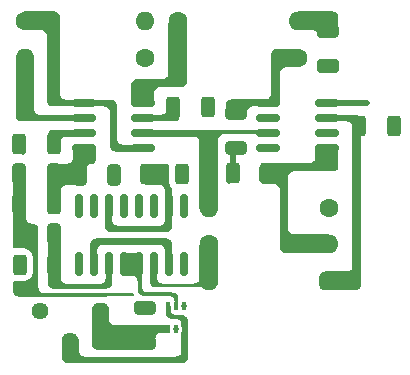
<source format=gbr>
%TF.GenerationSoftware,KiCad,Pcbnew,6.0.7-f9a2dced07~116~ubuntu20.04.1*%
%TF.CreationDate,2022-08-17T00:13:37+02:00*%
%TF.ProjectId,NVM-Amp,4e564d2d-416d-4702-9e6b-696361645f70,rev?*%
%TF.SameCoordinates,Original*%
%TF.FileFunction,Copper,L1,Top*%
%TF.FilePolarity,Positive*%
%FSLAX46Y46*%
G04 Gerber Fmt 4.6, Leading zero omitted, Abs format (unit mm)*
G04 Created by KiCad (PCBNEW 6.0.7-f9a2dced07~116~ubuntu20.04.1) date 2022-08-17 00:13:37*
%MOMM*%
%LPD*%
G01*
G04 APERTURE LIST*
G04 Aperture macros list*
%AMRoundRect*
0 Rectangle with rounded corners*
0 $1 Rounding radius*
0 $2 $3 $4 $5 $6 $7 $8 $9 X,Y pos of 4 corners*
0 Add a 4 corners polygon primitive as box body*
4,1,4,$2,$3,$4,$5,$6,$7,$8,$9,$2,$3,0*
0 Add four circle primitives for the rounded corners*
1,1,$1+$1,$2,$3*
1,1,$1+$1,$4,$5*
1,1,$1+$1,$6,$7*
1,1,$1+$1,$8,$9*
0 Add four rect primitives between the rounded corners*
20,1,$1+$1,$2,$3,$4,$5,0*
20,1,$1+$1,$4,$5,$6,$7,0*
20,1,$1+$1,$6,$7,$8,$9,0*
20,1,$1+$1,$8,$9,$2,$3,0*%
G04 Aperture macros list end*
%TA.AperFunction,ComponentPad*%
%ADD10C,1.600000*%
%TD*%
%TA.AperFunction,ComponentPad*%
%ADD11O,1.600000X1.600000*%
%TD*%
%TA.AperFunction,SMDPad,CuDef*%
%ADD12RoundRect,0.250000X-0.650000X0.325000X-0.650000X-0.325000X0.650000X-0.325000X0.650000X0.325000X0*%
%TD*%
%TA.AperFunction,SMDPad,CuDef*%
%ADD13RoundRect,0.250000X-0.312500X-0.625000X0.312500X-0.625000X0.312500X0.625000X-0.312500X0.625000X0*%
%TD*%
%TA.AperFunction,SMDPad,CuDef*%
%ADD14RoundRect,0.250000X0.312500X0.625000X-0.312500X0.625000X-0.312500X-0.625000X0.312500X-0.625000X0*%
%TD*%
%TA.AperFunction,ComponentPad*%
%ADD15C,1.440000*%
%TD*%
%TA.AperFunction,SMDPad,CuDef*%
%ADD16RoundRect,0.150000X-0.825000X-0.150000X0.825000X-0.150000X0.825000X0.150000X-0.825000X0.150000X0*%
%TD*%
%TA.AperFunction,SMDPad,CuDef*%
%ADD17RoundRect,0.150000X-0.150000X0.825000X-0.150000X-0.825000X0.150000X-0.825000X0.150000X0.825000X0*%
%TD*%
%TA.AperFunction,SMDPad,CuDef*%
%ADD18R,0.400000X0.650000*%
%TD*%
%TA.AperFunction,SMDPad,CuDef*%
%ADD19RoundRect,0.250000X-0.325000X-0.650000X0.325000X-0.650000X0.325000X0.650000X-0.325000X0.650000X0*%
%TD*%
%TA.AperFunction,SMDPad,CuDef*%
%ADD20RoundRect,0.250000X0.325000X0.650000X-0.325000X0.650000X-0.325000X-0.650000X0.325000X-0.650000X0*%
%TD*%
%TA.AperFunction,ViaPad*%
%ADD21C,0.500000*%
%TD*%
%TA.AperFunction,Conductor*%
%ADD22C,0.512000*%
%TD*%
%TA.AperFunction,Conductor*%
%ADD23C,0.250000*%
%TD*%
G04 APERTURE END LIST*
D10*
%TO.P,R14,1*%
%TO.N,+5V*%
X230080000Y-132575000D03*
D11*
%TO.P,R14,2*%
%TO.N,Net-(Q2-Pad6)*%
X219920000Y-132575000D03*
%TD*%
D10*
%TO.P,R6,1*%
%TO.N,+5V*%
X214525000Y-119875000D03*
D11*
%TO.P,R6,2*%
%TO.N,Net-(Q2-Pad2)*%
X204365000Y-119875000D03*
%TD*%
D12*
%TO.P,C8,1*%
%TO.N,Net-(C8-Pad1)*%
X230000000Y-117600000D03*
%TO.P,C8,2*%
%TO.N,GND*%
X230000000Y-120550000D03*
%TD*%
D13*
%TO.P,R22,1*%
%TO.N,Net-(R22-Pad1)*%
X214725000Y-129725000D03*
%TO.P,R22,2*%
%TO.N,Net-(R22-Pad2)*%
X217650000Y-129725000D03*
%TD*%
D14*
%TO.P,R4,1*%
%TO.N,Net-(C5-Pad2)*%
X206812500Y-132250000D03*
%TO.P,R4,2*%
%TO.N,GND*%
X203887500Y-132250000D03*
%TD*%
D15*
%TO.P,R1,3*%
%TO.N,N/C*%
X205670000Y-141325000D03*
%TO.P,R1,2*%
%TO.N,/S2*%
X208210000Y-143865000D03*
%TO.P,R1,1*%
%TO.N,Net-(C1-Pad2)*%
X210750000Y-141325000D03*
%TD*%
D10*
%TO.P,R25,1*%
%TO.N,Net-(R25-Pad1)*%
X230080000Y-138750000D03*
D11*
%TO.P,R25,2*%
%TO.N,Net-(R25-Pad2)*%
X219920000Y-138750000D03*
%TD*%
D16*
%TO.P,U4,1*%
%TO.N,Net-(C10-Pad1)*%
X224975000Y-123695000D03*
%TO.P,U4,2,-*%
%TO.N,Net-(Q2-Pad2)*%
X224975000Y-124965000D03*
%TO.P,U4,3,+*%
%TO.N,Net-(Q2-Pad6)*%
X224975000Y-126235000D03*
%TO.P,U4,4,V-*%
%TO.N,-5V*%
X224975000Y-127505000D03*
%TO.P,U4,5,+*%
%TO.N,GND*%
X229925000Y-127505000D03*
%TO.P,U4,6,-*%
%TO.N,Net-(R22-Pad2)*%
X229925000Y-126235000D03*
%TO.P,U4,7*%
%TO.N,Net-(R25-Pad1)*%
X229925000Y-124965000D03*
%TO.P,U4,8,V+*%
%TO.N,+5V*%
X229925000Y-123695000D03*
%TD*%
D17*
%TO.P,U2,16*%
%TO.N,/S1*%
X217795000Y-137325000D03*
%TO.P,U2,15*%
%TO.N,Net-(C5-Pad1)*%
X216525000Y-137325000D03*
%TO.P,U2,14*%
%TO.N,Net-(R25-Pad2)*%
X215255000Y-137325000D03*
%TO.P,U2,13,V+*%
%TO.N,+5V*%
X213985000Y-137325000D03*
%TO.P,U2,12,VL*%
X212715000Y-137325000D03*
%TO.P,U2,11*%
%TO.N,Net-(C2-Pad2)*%
X211445000Y-137325000D03*
%TO.P,U2,10*%
%TO.N,Net-(C5-Pad1)*%
X210175000Y-137325000D03*
%TO.P,U2,9*%
%TO.N,/S2*%
X208905000Y-137325000D03*
%TO.P,U2,8*%
X208905000Y-132375000D03*
%TO.P,U2,7*%
%TO.N,GND*%
X210175000Y-132375000D03*
%TO.P,U2,6*%
%TO.N,Net-(R22-Pad1)*%
X211445000Y-132375000D03*
%TO.P,U2,5,GND*%
%TO.N,GND*%
X212715000Y-132375000D03*
%TO.P,U2,4,V-*%
%TO.N,-5V*%
X213985000Y-132375000D03*
%TO.P,U2,3*%
%TO.N,Net-(C10-Pad2)*%
X215255000Y-132375000D03*
%TO.P,U2,2*%
%TO.N,Net-(R22-Pad1)*%
X216525000Y-132375000D03*
%TO.P,U2,1*%
%TO.N,/S1*%
X217795000Y-132375000D03*
%TD*%
D13*
%TO.P,R20,1*%
%TO.N,Net-(C10-Pad2)*%
X221937500Y-129625000D03*
%TO.P,R20,2*%
%TO.N,GND*%
X224862500Y-129625000D03*
%TD*%
D18*
%TO.P,U1,1*%
%TO.N,Net-(C1-Pad2)*%
X216500000Y-142800000D03*
%TO.P,U1,2,GND*%
%TO.N,GND*%
X217150000Y-142800000D03*
%TO.P,U1,3*%
%TO.N,/S2*%
X217800000Y-142800000D03*
%TO.P,U1,4*%
%TO.N,/S1*%
X217800000Y-140900000D03*
%TO.P,U1,5,VCC*%
%TO.N,+5V*%
X217150000Y-140900000D03*
%TO.P,U1,6*%
%TO.N,/S2*%
X216500000Y-140900000D03*
%TD*%
D19*
%TO.P,C2,1*%
%TO.N,GND*%
X203900000Y-134800000D03*
%TO.P,C2,2*%
%TO.N,Net-(C2-Pad2)*%
X206850000Y-134800000D03*
%TD*%
D13*
%TO.P,R11,1*%
%TO.N,Net-(Q2-Pad7)*%
X216887500Y-124025000D03*
%TO.P,R11,2*%
%TO.N,-5V*%
X219812500Y-124025000D03*
%TD*%
D16*
%TO.P,Q2,1*%
%TO.N,Net-(Q2-Pad1)*%
X209375000Y-123695000D03*
%TO.P,Q2,2*%
%TO.N,Net-(Q2-Pad2)*%
X209375000Y-124965000D03*
%TO.P,Q2,3*%
%TO.N,Net-(Q2-Pad3)*%
X209375000Y-126235000D03*
%TO.P,Q2,4*%
%TO.N,Net-(C5-Pad2)*%
X209375000Y-127505000D03*
%TO.P,Q2,5*%
%TO.N,Net-(Q2-Pad1)*%
X214325000Y-127505000D03*
%TO.P,Q2,6*%
%TO.N,Net-(Q2-Pad6)*%
X214325000Y-126235000D03*
%TO.P,Q2,7*%
%TO.N,Net-(Q2-Pad7)*%
X214325000Y-124965000D03*
%TO.P,Q2,8*%
%TO.N,Net-(Q2-Pad8)*%
X214325000Y-123695000D03*
%TD*%
D10*
%TO.P,R12,1*%
%TO.N,Net-(Q2-Pad1)*%
X204370000Y-116725000D03*
D11*
%TO.P,R12,2*%
%TO.N,-5V*%
X214530000Y-116725000D03*
%TD*%
D13*
%TO.P,R2,2*%
%TO.N,Net-(C2-Pad2)*%
X206850000Y-137375000D03*
%TO.P,R2,1*%
%TO.N,unconnected-(R2-Pad1)*%
X203925000Y-137375000D03*
%TD*%
D10*
%TO.P,R17,1*%
%TO.N,Net-(C10-Pad1)*%
X227455000Y-119875000D03*
D11*
%TO.P,R17,2*%
%TO.N,Net-(Q2-Pad8)*%
X217295000Y-119875000D03*
%TD*%
D10*
%TO.P,R26,1*%
%TO.N,Net-(R25-Pad2)*%
X219920000Y-135600000D03*
D11*
%TO.P,R26,2*%
%TO.N,GND*%
X230080000Y-135600000D03*
%TD*%
D12*
%TO.P,C1,1*%
%TO.N,GND*%
X214500000Y-141050000D03*
%TO.P,C1,2*%
%TO.N,Net-(C1-Pad2)*%
X214500000Y-144000000D03*
%TD*%
%TO.P,C10,1*%
%TO.N,Net-(C10-Pad1)*%
X222250000Y-124525000D03*
%TO.P,C10,2*%
%TO.N,Net-(C10-Pad2)*%
X222250000Y-127475000D03*
%TD*%
D20*
%TO.P,C5,1*%
%TO.N,Net-(C5-Pad1)*%
X211925000Y-129750000D03*
%TO.P,C5,2*%
%TO.N,Net-(C5-Pad2)*%
X208975000Y-129750000D03*
%TD*%
D13*
%TO.P,R10,1*%
%TO.N,+5V*%
X203887500Y-127175000D03*
%TO.P,R10,2*%
%TO.N,Net-(Q2-Pad3)*%
X206812500Y-127175000D03*
%TD*%
D19*
%TO.P,C6,1*%
%TO.N,GND*%
X203875000Y-129725000D03*
%TO.P,C6,2*%
%TO.N,Net-(C5-Pad2)*%
X206825000Y-129725000D03*
%TD*%
D10*
%TO.P,R18,1*%
%TO.N,Net-(Q2-Pad8)*%
X217295000Y-116725000D03*
D11*
%TO.P,R18,2*%
%TO.N,Net-(C8-Pad1)*%
X227455000Y-116725000D03*
%TD*%
D13*
%TO.P,R28,2*%
%TO.N,unconnected-(R28-Pad2)*%
X235562500Y-125600000D03*
%TO.P,R28,1*%
%TO.N,Net-(R25-Pad1)*%
X232637500Y-125600000D03*
%TD*%
D21*
%TO.N,Net-(C5-Pad1)*%
X211925000Y-130400000D03*
X211925000Y-135400000D03*
%TO.N,Net-(C10-Pad2)*%
X221625000Y-130250000D03*
X215250000Y-131675000D03*
%TO.N,Net-(Q2-Pad2)*%
X210075000Y-124950000D03*
X224250000Y-124950000D03*
%TO.N,-5V*%
X219500000Y-123400000D03*
X214000000Y-131675000D03*
X220125000Y-123400000D03*
X225700000Y-127500000D03*
%TO.N,Net-(R22-Pad2)*%
X229200000Y-126235000D03*
X217650000Y-129100000D03*
%TO.N,/S1*%
X217800000Y-140850000D03*
X217800000Y-136600000D03*
X217800000Y-133100000D03*
%TO.N,+5V*%
X233325000Y-123675000D03*
X204200000Y-126550000D03*
X212700000Y-136625000D03*
X230625000Y-123675000D03*
X204200000Y-127800000D03*
X217075000Y-140000000D03*
%TO.N,/S2*%
X208900000Y-136625000D03*
X208900000Y-133075000D03*
%TO.N,GND*%
X213850000Y-140725000D03*
X229200000Y-127500000D03*
X230625000Y-127500000D03*
X210175000Y-131675000D03*
X229350000Y-120875000D03*
X212700000Y-131675000D03*
X215150000Y-140725000D03*
X204150000Y-131700000D03*
X230650000Y-120225000D03*
X229350000Y-120225000D03*
X230650000Y-120875000D03*
X217150000Y-142825000D03*
%TD*%
D22*
%TO.N,Net-(C2-Pad2)*%
X211445000Y-137325000D02*
X211445000Y-137887013D01*
X206825000Y-137875000D02*
X206825000Y-137350000D01*
X206800000Y-134912500D02*
X206812500Y-134900000D01*
%TO.N,Net-(C5-Pad1)*%
X210175000Y-136762987D02*
X210175000Y-137325000D01*
%TO.N,Net-(C5-Pad2)*%
X208950000Y-129725000D02*
X208975000Y-129750000D01*
X206837500Y-129737500D02*
X206825000Y-129725000D01*
%TO.N,Net-(C10-Pad2)*%
X221937500Y-129625000D02*
X221937500Y-127787500D01*
X215255000Y-132375000D02*
X215255000Y-131680000D01*
X215255000Y-131680000D02*
X215250000Y-131675000D01*
X221937500Y-127787500D02*
X222250000Y-127475000D01*
%TO.N,Net-(R22-Pad1)*%
X211445000Y-132375000D02*
X211445000Y-132937013D01*
%TO.N,Net-(R25-Pad1)*%
X229900000Y-124965000D02*
X230462013Y-124965000D01*
D23*
%TO.N,/S1*%
X217800000Y-140900000D02*
X217800000Y-140850000D01*
D22*
%TO.N,+5V*%
X230625000Y-123675000D02*
X233325000Y-123675000D01*
%TO.N,/S2*%
X208905000Y-136630000D02*
X208905000Y-137325000D01*
X208900000Y-136625000D02*
X208905000Y-136630000D01*
%TO.N,Net-(R25-Pad2)*%
X215255000Y-137325000D02*
X215255000Y-137887013D01*
%TO.N,GND*%
X203912500Y-129762500D02*
X203875000Y-129725000D01*
X203900000Y-132262500D02*
X203912500Y-132250000D01*
%TD*%
%TA.AperFunction,Conductor*%
%TO.N,Net-(Q2-Pad6)*%
G36*
X224274670Y-125952421D02*
G01*
X224315336Y-125960510D01*
X224347942Y-125966996D01*
X224393360Y-125985810D01*
X224444953Y-126020283D01*
X224479717Y-126055047D01*
X224514190Y-126106640D01*
X224533004Y-126152058D01*
X224546354Y-126219171D01*
X224546354Y-126268330D01*
X224535082Y-126325000D01*
X224533957Y-126330656D01*
X224515143Y-126376076D01*
X224485825Y-126419953D01*
X224483377Y-126423617D01*
X224448617Y-126458377D01*
X224401076Y-126490143D01*
X224355656Y-126508957D01*
X224328117Y-126514434D01*
X224287170Y-126522579D01*
X224262590Y-126525000D01*
X224125611Y-126525000D01*
X224057490Y-126504998D01*
X224009202Y-126447217D01*
X224006542Y-126440793D01*
X223970711Y-126354289D01*
X223960871Y-126350213D01*
X223911466Y-126329749D01*
X223911465Y-126329749D01*
X223900000Y-126325000D01*
X221200000Y-126325000D01*
X221070590Y-126342037D01*
X221062961Y-126345197D01*
X220957628Y-126388827D01*
X220957626Y-126388828D01*
X220950000Y-126391987D01*
X220943450Y-126397013D01*
X220878024Y-126447217D01*
X220846447Y-126471447D01*
X220766987Y-126575000D01*
X220763828Y-126582626D01*
X220763827Y-126582628D01*
X220757869Y-126597013D01*
X220717037Y-126695590D01*
X220700000Y-126825000D01*
X220700000Y-132541742D01*
X220698922Y-132558188D01*
X220685128Y-132662963D01*
X220676615Y-132694735D01*
X220639361Y-132784674D01*
X220622914Y-132813160D01*
X220563651Y-132890393D01*
X220540393Y-132913651D01*
X220463160Y-132972914D01*
X220434674Y-132989361D01*
X220344735Y-133026615D01*
X220312963Y-133035128D01*
X220208188Y-133048922D01*
X220191742Y-133050000D01*
X219633258Y-133050000D01*
X219616812Y-133048922D01*
X219512037Y-133035128D01*
X219480265Y-133026615D01*
X219390326Y-132989361D01*
X219361840Y-132972914D01*
X219284607Y-132913651D01*
X219261349Y-132890393D01*
X219202086Y-132813160D01*
X219185639Y-132784674D01*
X219148385Y-132694735D01*
X219139872Y-132662963D01*
X219126078Y-132558188D01*
X219125000Y-132541742D01*
X219125000Y-127025000D01*
X219107963Y-126895590D01*
X219058013Y-126775000D01*
X218978553Y-126671447D01*
X218875000Y-126591987D01*
X218867374Y-126588828D01*
X218867372Y-126588827D01*
X218762039Y-126545197D01*
X218754410Y-126542037D01*
X218625000Y-126525000D01*
X214424911Y-126525000D01*
X214400330Y-126522579D01*
X214359664Y-126514490D01*
X214327058Y-126508004D01*
X214281640Y-126489190D01*
X214230047Y-126454717D01*
X214195283Y-126419953D01*
X214160810Y-126368360D01*
X214141996Y-126322941D01*
X214129890Y-126262082D01*
X214129890Y-126212918D01*
X214141996Y-126152059D01*
X214160810Y-126106640D01*
X214195283Y-126055047D01*
X214230047Y-126020283D01*
X214281640Y-125985810D01*
X214327058Y-125966996D01*
X214359664Y-125960510D01*
X214400330Y-125952421D01*
X214424911Y-125950000D01*
X224250089Y-125950000D01*
X224274670Y-125952421D01*
G37*
%TD.AperFunction*%
%TD*%
%TA.AperFunction,Conductor*%
%TO.N,Net-(C10-Pad1)*%
G36*
X227433188Y-119076078D02*
G01*
X227537963Y-119089872D01*
X227569735Y-119098385D01*
X227659674Y-119135639D01*
X227688160Y-119152086D01*
X227765393Y-119211349D01*
X227788651Y-119234607D01*
X227847914Y-119311840D01*
X227864361Y-119340326D01*
X227901615Y-119430265D01*
X227910128Y-119462037D01*
X227923922Y-119566812D01*
X227925000Y-119583258D01*
X227925000Y-120166742D01*
X227923922Y-120183188D01*
X227910128Y-120287963D01*
X227901615Y-120319735D01*
X227864361Y-120409674D01*
X227847914Y-120438160D01*
X227788651Y-120515393D01*
X227765393Y-120538651D01*
X227688160Y-120597914D01*
X227659674Y-120614361D01*
X227569735Y-120651615D01*
X227537963Y-120660128D01*
X227433188Y-120673922D01*
X227416742Y-120675000D01*
X226450000Y-120675000D01*
X226320590Y-120692037D01*
X226312961Y-120695197D01*
X226207628Y-120738827D01*
X226207626Y-120738828D01*
X226200000Y-120741987D01*
X226096447Y-120821447D01*
X226016987Y-120925000D01*
X225967037Y-121045590D01*
X225950000Y-121175000D01*
X225950000Y-123466742D01*
X225948922Y-123483188D01*
X225935128Y-123587963D01*
X225926615Y-123619735D01*
X225889361Y-123709674D01*
X225872914Y-123738160D01*
X225813651Y-123815393D01*
X225790393Y-123838651D01*
X225713160Y-123897914D01*
X225684674Y-123914361D01*
X225594735Y-123951615D01*
X225562963Y-123960128D01*
X225458188Y-123973922D01*
X225441742Y-123975000D01*
X223650000Y-123975000D01*
X223520590Y-123992037D01*
X223512961Y-123995197D01*
X223407628Y-124038827D01*
X223407626Y-124038828D01*
X223400000Y-124041987D01*
X223296447Y-124121447D01*
X223216987Y-124225000D01*
X223167037Y-124345590D01*
X223150000Y-124475000D01*
X223150000Y-124591742D01*
X223148922Y-124608188D01*
X223135128Y-124712963D01*
X223126615Y-124744735D01*
X223089361Y-124834674D01*
X223072914Y-124863160D01*
X223013651Y-124940393D01*
X222990393Y-124963651D01*
X222913160Y-125022914D01*
X222884674Y-125039361D01*
X222794735Y-125076615D01*
X222762963Y-125085128D01*
X222658188Y-125098922D01*
X222641742Y-125100000D01*
X221858258Y-125100000D01*
X221841812Y-125098922D01*
X221737037Y-125085128D01*
X221705265Y-125076615D01*
X221615326Y-125039361D01*
X221586840Y-125022914D01*
X221509607Y-124963651D01*
X221486349Y-124940393D01*
X221427086Y-124863160D01*
X221410639Y-124834674D01*
X221373385Y-124744735D01*
X221364872Y-124712963D01*
X221351078Y-124608188D01*
X221350000Y-124591742D01*
X221350000Y-123883258D01*
X221351078Y-123866812D01*
X221364872Y-123762037D01*
X221373385Y-123730265D01*
X221410639Y-123640326D01*
X221427086Y-123611840D01*
X221486349Y-123534607D01*
X221509607Y-123511349D01*
X221586840Y-123452086D01*
X221615326Y-123435639D01*
X221705265Y-123398385D01*
X221737037Y-123389872D01*
X221841812Y-123376078D01*
X221858258Y-123375000D01*
X224700000Y-123375000D01*
X224829410Y-123357963D01*
X224837039Y-123354803D01*
X224942372Y-123311173D01*
X224942374Y-123311172D01*
X224950000Y-123308013D01*
X225053553Y-123228553D01*
X225133013Y-123125000D01*
X225182963Y-123004410D01*
X225200000Y-122875000D01*
X225200000Y-119583258D01*
X225201078Y-119566812D01*
X225214872Y-119462037D01*
X225223385Y-119430265D01*
X225260639Y-119340326D01*
X225277086Y-119311840D01*
X225336349Y-119234607D01*
X225359607Y-119211349D01*
X225436840Y-119152086D01*
X225465326Y-119135639D01*
X225555265Y-119098385D01*
X225587037Y-119089872D01*
X225691812Y-119076078D01*
X225708258Y-119075000D01*
X227416742Y-119075000D01*
X227433188Y-119076078D01*
G37*
%TD.AperFunction*%
%TD*%
%TA.AperFunction,Conductor*%
%TO.N,Net-(C5-Pad1)*%
G36*
X216333188Y-135151078D02*
G01*
X216437963Y-135164872D01*
X216469735Y-135173385D01*
X216559674Y-135210639D01*
X216588160Y-135227086D01*
X216665393Y-135286349D01*
X216688651Y-135309607D01*
X216747914Y-135386840D01*
X216764361Y-135415326D01*
X216801615Y-135505265D01*
X216810128Y-135537037D01*
X216823922Y-135641812D01*
X216825000Y-135658258D01*
X216825000Y-137312590D01*
X216822579Y-137337171D01*
X216807054Y-137415223D01*
X216788241Y-137460642D01*
X216751056Y-137516294D01*
X216716295Y-137551055D01*
X216660642Y-137588241D01*
X216615225Y-137607053D01*
X216549579Y-137620111D01*
X216500421Y-137620111D01*
X216434775Y-137607053D01*
X216389358Y-137588241D01*
X216333705Y-137551055D01*
X216298944Y-137516294D01*
X216261759Y-137460642D01*
X216242946Y-137415223D01*
X216227421Y-137337171D01*
X216225000Y-137312590D01*
X216225000Y-136175000D01*
X216207963Y-136045590D01*
X216158013Y-135925000D01*
X216078553Y-135821447D01*
X215975000Y-135741987D01*
X215967374Y-135738828D01*
X215967372Y-135738827D01*
X215862039Y-135695197D01*
X215854410Y-135692037D01*
X215725000Y-135675000D01*
X210975000Y-135675000D01*
X210845590Y-135692037D01*
X210837961Y-135695197D01*
X210732628Y-135738827D01*
X210732626Y-135738828D01*
X210725000Y-135741987D01*
X210621447Y-135821447D01*
X210541987Y-135925000D01*
X210492037Y-136045590D01*
X210475000Y-136175000D01*
X210475000Y-137312590D01*
X210472579Y-137337171D01*
X210457054Y-137415223D01*
X210438241Y-137460642D01*
X210401056Y-137516294D01*
X210366295Y-137551055D01*
X210310642Y-137588241D01*
X210265225Y-137607053D01*
X210199579Y-137620111D01*
X210150421Y-137620111D01*
X210084775Y-137607053D01*
X210039358Y-137588241D01*
X209983705Y-137551055D01*
X209948944Y-137516294D01*
X209911759Y-137460642D01*
X209892946Y-137415223D01*
X209877421Y-137337171D01*
X209875000Y-137312590D01*
X209875000Y-135658258D01*
X209876078Y-135641812D01*
X209889872Y-135537037D01*
X209898385Y-135505265D01*
X209935639Y-135415326D01*
X209952086Y-135386840D01*
X210011349Y-135309607D01*
X210034607Y-135286349D01*
X210111840Y-135227086D01*
X210140326Y-135210639D01*
X210230265Y-135173385D01*
X210262037Y-135164872D01*
X210366812Y-135151078D01*
X210383258Y-135150000D01*
X216316742Y-135150000D01*
X216333188Y-135151078D01*
G37*
%TD.AperFunction*%
%TD*%
%TA.AperFunction,Conductor*%
%TO.N,/S2*%
G36*
X216551957Y-140735335D02*
G01*
X216597374Y-140754148D01*
X216620582Y-140769655D01*
X216655345Y-140804418D01*
X216670852Y-140827626D01*
X216689665Y-140873043D01*
X216693081Y-140890214D01*
X216695501Y-140914785D01*
X216695501Y-141250066D01*
X216702612Y-141285818D01*
X216707686Y-141311328D01*
X216710266Y-141324301D01*
X216745111Y-141376450D01*
X216752600Y-141389228D01*
X216788330Y-141459351D01*
X216890649Y-141561670D01*
X217019580Y-141627364D01*
X217162500Y-141650000D01*
X217666742Y-141650000D01*
X217683188Y-141651078D01*
X217787963Y-141664872D01*
X217819735Y-141673385D01*
X217909674Y-141710639D01*
X217938160Y-141727086D01*
X218015393Y-141786349D01*
X218038651Y-141809607D01*
X218097914Y-141886840D01*
X218114361Y-141915326D01*
X218151615Y-142005265D01*
X218160128Y-142037037D01*
X218173922Y-142141812D01*
X218175000Y-142158258D01*
X218175000Y-145191742D01*
X218173922Y-145208188D01*
X218160128Y-145312963D01*
X218151615Y-145344735D01*
X218114361Y-145434674D01*
X218097914Y-145463160D01*
X218038651Y-145540393D01*
X218015393Y-145563651D01*
X217938160Y-145622914D01*
X217909674Y-145639361D01*
X217819735Y-145676615D01*
X217787963Y-145685128D01*
X217683188Y-145698922D01*
X217666742Y-145700000D01*
X208008258Y-145700000D01*
X207991812Y-145698922D01*
X207887037Y-145685128D01*
X207855265Y-145676615D01*
X207765326Y-145639361D01*
X207736840Y-145622914D01*
X207659607Y-145563651D01*
X207636349Y-145540393D01*
X207577086Y-145463160D01*
X207560639Y-145434674D01*
X207523385Y-145344735D01*
X207514872Y-145312963D01*
X207501078Y-145208188D01*
X207500000Y-145191742D01*
X207500000Y-143833258D01*
X207501078Y-143816812D01*
X207514872Y-143712037D01*
X207523385Y-143680265D01*
X207560639Y-143590326D01*
X207577086Y-143561840D01*
X207636349Y-143484607D01*
X207659607Y-143461349D01*
X207736840Y-143402086D01*
X207765326Y-143385639D01*
X207855265Y-143348385D01*
X207887037Y-143339872D01*
X207991812Y-143326078D01*
X208008258Y-143325000D01*
X208416742Y-143325000D01*
X208433188Y-143326078D01*
X208537963Y-143339872D01*
X208569735Y-143348385D01*
X208659674Y-143385639D01*
X208688160Y-143402086D01*
X208765393Y-143461349D01*
X208788651Y-143484607D01*
X208847914Y-143561840D01*
X208864361Y-143590326D01*
X208901615Y-143680265D01*
X208910128Y-143712037D01*
X208923922Y-143816812D01*
X208925000Y-143833258D01*
X208925000Y-144650000D01*
X208942037Y-144779410D01*
X208991987Y-144900000D01*
X209071447Y-145003553D01*
X209175000Y-145083013D01*
X209182626Y-145086172D01*
X209182628Y-145086173D01*
X209287961Y-145129803D01*
X209295590Y-145132963D01*
X209425000Y-145150000D01*
X217100000Y-145150000D01*
X217229410Y-145132963D01*
X217237039Y-145129803D01*
X217342372Y-145086173D01*
X217342374Y-145086172D01*
X217350000Y-145083013D01*
X217453553Y-145003553D01*
X217533013Y-144900000D01*
X217582963Y-144779410D01*
X217600000Y-144650000D01*
X217600000Y-143185100D01*
X217602421Y-143160519D01*
X217603293Y-143156135D01*
X217604500Y-143150067D01*
X217604500Y-143072987D01*
X217617107Y-143018050D01*
X217631648Y-142988036D01*
X217635560Y-142979962D01*
X217659536Y-142837453D01*
X217659688Y-142825000D01*
X217639201Y-142681948D01*
X217615798Y-142630476D01*
X217604499Y-142578325D01*
X217604499Y-142449934D01*
X217591968Y-142386932D01*
X217590628Y-142378814D01*
X217584041Y-142328779D01*
X217582963Y-142320590D01*
X217533013Y-142200000D01*
X217453553Y-142096447D01*
X217350000Y-142016987D01*
X217342374Y-142013828D01*
X217342372Y-142013827D01*
X217237039Y-141970197D01*
X217229410Y-141967037D01*
X217100000Y-141950000D01*
X216808258Y-141950000D01*
X216791812Y-141948922D01*
X216687037Y-141935128D01*
X216655265Y-141926615D01*
X216565326Y-141889361D01*
X216536840Y-141872914D01*
X216459607Y-141813651D01*
X216436349Y-141790393D01*
X216377086Y-141713160D01*
X216360639Y-141684674D01*
X216323385Y-141594735D01*
X216314872Y-141562963D01*
X216301078Y-141458188D01*
X216300000Y-141441742D01*
X216300000Y-140937410D01*
X216302421Y-140912829D01*
X216310334Y-140873047D01*
X216329148Y-140827626D01*
X216344655Y-140804418D01*
X216379418Y-140769655D01*
X216402626Y-140754148D01*
X216448043Y-140735335D01*
X216475421Y-140729889D01*
X216524579Y-140729889D01*
X216551957Y-140735335D01*
G37*
%TD.AperFunction*%
%TD*%
%TA.AperFunction,Conductor*%
%TO.N,+5V*%
G36*
X213783188Y-136351078D02*
G01*
X213887963Y-136364872D01*
X213919735Y-136373385D01*
X214009674Y-136410639D01*
X214038160Y-136427086D01*
X214115393Y-136486349D01*
X214138651Y-136509607D01*
X214197914Y-136586840D01*
X214214361Y-136615326D01*
X214251615Y-136705265D01*
X214260128Y-136737037D01*
X214273922Y-136841812D01*
X214275000Y-136858258D01*
X214275000Y-139225000D01*
X214292037Y-139354410D01*
X214341987Y-139475000D01*
X214421447Y-139578553D01*
X214525000Y-139658013D01*
X214532626Y-139661172D01*
X214532628Y-139661173D01*
X214637961Y-139704803D01*
X214645590Y-139707963D01*
X214775000Y-139725000D01*
X216791742Y-139725000D01*
X216808188Y-139726078D01*
X216912963Y-139739872D01*
X216944735Y-139748385D01*
X217034674Y-139785639D01*
X217063160Y-139802086D01*
X217140393Y-139861349D01*
X217163651Y-139884607D01*
X217222914Y-139961840D01*
X217239361Y-139990326D01*
X217276615Y-140080265D01*
X217285128Y-140112037D01*
X217298922Y-140216812D01*
X217300000Y-140233258D01*
X217300000Y-140772045D01*
X217298500Y-140791430D01*
X217291383Y-140837140D01*
X217261139Y-140901372D01*
X217255978Y-140906850D01*
X217255123Y-140907705D01*
X217198629Y-140940319D01*
X217195101Y-140941264D01*
X217129899Y-140941264D01*
X217126371Y-140940319D01*
X217069877Y-140907705D01*
X217067295Y-140905123D01*
X217034684Y-140848640D01*
X217029294Y-140828525D01*
X217025000Y-140795913D01*
X217025000Y-140475000D01*
X217001752Y-140328217D01*
X216934283Y-140195802D01*
X216829198Y-140090717D01*
X216696783Y-140023248D01*
X216686994Y-140021698D01*
X216686992Y-140021697D01*
X216641239Y-140014451D01*
X216550000Y-140000000D01*
X214408258Y-140000000D01*
X214391812Y-139998922D01*
X214287037Y-139985128D01*
X214255265Y-139976615D01*
X214165326Y-139939361D01*
X214136840Y-139922914D01*
X214059607Y-139863651D01*
X214036349Y-139840393D01*
X213977086Y-139763160D01*
X213960639Y-139734674D01*
X213923385Y-139644735D01*
X213914872Y-139612963D01*
X213901078Y-139508188D01*
X213900000Y-139491742D01*
X213900000Y-138800000D01*
X213882963Y-138670590D01*
X213833013Y-138550000D01*
X213753553Y-138446447D01*
X213650000Y-138366987D01*
X213642374Y-138363828D01*
X213642372Y-138363827D01*
X213537039Y-138320197D01*
X213529410Y-138317037D01*
X213400000Y-138300000D01*
X212933258Y-138300000D01*
X212916812Y-138298922D01*
X212812037Y-138285128D01*
X212780265Y-138276615D01*
X212690326Y-138239361D01*
X212661840Y-138222914D01*
X212584607Y-138163651D01*
X212561349Y-138140393D01*
X212502086Y-138063160D01*
X212485639Y-138034674D01*
X212448385Y-137944735D01*
X212439872Y-137912963D01*
X212426078Y-137808188D01*
X212425000Y-137791742D01*
X212425000Y-136858258D01*
X212426078Y-136841812D01*
X212439872Y-136737037D01*
X212448385Y-136705265D01*
X212485639Y-136615326D01*
X212502086Y-136586840D01*
X212561349Y-136509607D01*
X212584607Y-136486349D01*
X212661840Y-136427086D01*
X212690326Y-136410639D01*
X212780265Y-136373385D01*
X212812037Y-136364872D01*
X212916812Y-136351078D01*
X212933258Y-136350000D01*
X213766742Y-136350000D01*
X213783188Y-136351078D01*
G37*
%TD.AperFunction*%
%TD*%
%TA.AperFunction,Conductor*%
%TO.N,Net-(Q2-Pad1)*%
G36*
X206836494Y-115926195D02*
G01*
X206941312Y-115939991D01*
X206973095Y-115948508D01*
X207063063Y-115985780D01*
X207091557Y-116002235D01*
X207168808Y-116061530D01*
X207192071Y-116084802D01*
X207251336Y-116162078D01*
X207267779Y-116190578D01*
X207305016Y-116280561D01*
X207313520Y-116312348D01*
X207327273Y-116417164D01*
X207328344Y-116433616D01*
X207327788Y-117591930D01*
X207325240Y-122899777D01*
X207342225Y-123029230D01*
X207392145Y-123149873D01*
X207471596Y-123253479D01*
X207575161Y-123332984D01*
X207635470Y-123357975D01*
X207688150Y-123379805D01*
X207688152Y-123379806D01*
X207695779Y-123382966D01*
X207703964Y-123384044D01*
X207703967Y-123384045D01*
X207757424Y-123391086D01*
X207825221Y-123400017D01*
X209472934Y-123400071D01*
X211620374Y-123400142D01*
X211636820Y-123401221D01*
X211741599Y-123415019D01*
X211773371Y-123423533D01*
X211863305Y-123460788D01*
X211891789Y-123477234D01*
X211969020Y-123536498D01*
X211992278Y-123559757D01*
X212051541Y-123636993D01*
X212067982Y-123665470D01*
X212105238Y-123755418D01*
X212113749Y-123787183D01*
X212119212Y-123828678D01*
X212127542Y-123891957D01*
X212128620Y-123908403D01*
X212128594Y-126700000D01*
X212145630Y-126829409D01*
X212195580Y-126950000D01*
X212200607Y-126956551D01*
X212200609Y-126956555D01*
X212255992Y-127028732D01*
X212275038Y-127053554D01*
X212378591Y-127133015D01*
X212386222Y-127136176D01*
X212386224Y-127136177D01*
X212438886Y-127157990D01*
X212499181Y-127182966D01*
X212628590Y-127200004D01*
X212949872Y-127200007D01*
X213153706Y-127200009D01*
X214116141Y-127200017D01*
X214140721Y-127202438D01*
X214218788Y-127217967D01*
X214264209Y-127236781D01*
X214319866Y-127273971D01*
X214354628Y-127308733D01*
X214391821Y-127364396D01*
X214410635Y-127409819D01*
X214423693Y-127475472D01*
X214423693Y-127524633D01*
X214410632Y-127590292D01*
X214391817Y-127635713D01*
X214354628Y-127691369D01*
X214319865Y-127726132D01*
X214264202Y-127763324D01*
X214218782Y-127782137D01*
X214184468Y-127788962D01*
X214140716Y-127797664D01*
X214116139Y-127800085D01*
X212880611Y-127800074D01*
X212058220Y-127800067D01*
X212041774Y-127798989D01*
X211936996Y-127785194D01*
X211905224Y-127776680D01*
X211815289Y-127739427D01*
X211786803Y-127722981D01*
X211745606Y-127691369D01*
X211709565Y-127663713D01*
X211686311Y-127640458D01*
X211627047Y-127563222D01*
X211610602Y-127534737D01*
X211573349Y-127444798D01*
X211564836Y-127413026D01*
X211551043Y-127308251D01*
X211549965Y-127291805D01*
X211549967Y-127127987D01*
X211549972Y-126700000D01*
X211549995Y-124475152D01*
X211532959Y-124345742D01*
X211483010Y-124225151D01*
X211477983Y-124218600D01*
X211477981Y-124218596D01*
X211408580Y-124128150D01*
X211403552Y-124121597D01*
X211299999Y-124042137D01*
X211179409Y-123992185D01*
X211171223Y-123991107D01*
X211171222Y-123991107D01*
X211054086Y-123975685D01*
X211054087Y-123975685D01*
X211050000Y-123975147D01*
X209602740Y-123975132D01*
X206711913Y-123975101D01*
X206695468Y-123974023D01*
X206590704Y-123960231D01*
X206558935Y-123951719D01*
X206469003Y-123914471D01*
X206440520Y-123898028D01*
X206363291Y-123838775D01*
X206340032Y-123815519D01*
X206280770Y-123738298D01*
X206264323Y-123709817D01*
X206227063Y-123619890D01*
X206218547Y-123588122D01*
X206204741Y-123483358D01*
X206203661Y-123466914D01*
X206202895Y-118029011D01*
X206202895Y-118029005D01*
X206202894Y-118024888D01*
X206185842Y-117895490D01*
X206135882Y-117774914D01*
X206056419Y-117671376D01*
X206049867Y-117666349D01*
X205959421Y-117596957D01*
X205959418Y-117596955D01*
X205952868Y-117591930D01*
X205945236Y-117588769D01*
X205839913Y-117545149D01*
X205839909Y-117545148D01*
X205832284Y-117541990D01*
X205702885Y-117524958D01*
X205698755Y-117524958D01*
X205574716Y-117524961D01*
X204760505Y-117524979D01*
X204351647Y-117524989D01*
X204335343Y-117523929D01*
X204231420Y-117510365D01*
X204199899Y-117501994D01*
X204110580Y-117465344D01*
X204082259Y-117449159D01*
X204005343Y-117390809D01*
X203982127Y-117367897D01*
X203922767Y-117291758D01*
X203906210Y-117263655D01*
X203868383Y-117174826D01*
X203859596Y-117143418D01*
X203844662Y-117039685D01*
X203843387Y-117023391D01*
X203835700Y-116440244D01*
X203836577Y-116423648D01*
X203849207Y-116317843D01*
X203857437Y-116285720D01*
X203894101Y-116194664D01*
X203910428Y-116165801D01*
X203969575Y-116087473D01*
X203992871Y-116063866D01*
X204070408Y-116003685D01*
X204099055Y-115986975D01*
X204189608Y-115949110D01*
X204221621Y-115940454D01*
X204327258Y-115926420D01*
X204343831Y-115925323D01*
X205570864Y-115925221D01*
X206820042Y-115925118D01*
X206836494Y-115926195D01*
G37*
%TD.AperFunction*%
%TD*%
%TA.AperFunction,Conductor*%
%TO.N,Net-(R25-Pad2)*%
G36*
X220233188Y-135201078D02*
G01*
X220337963Y-135214872D01*
X220369735Y-135223385D01*
X220459674Y-135260639D01*
X220488160Y-135277086D01*
X220565393Y-135336349D01*
X220588651Y-135359607D01*
X220647914Y-135436840D01*
X220664361Y-135465326D01*
X220701615Y-135555265D01*
X220710128Y-135587037D01*
X220723922Y-135691812D01*
X220725000Y-135708258D01*
X220725000Y-138791742D01*
X220723922Y-138808188D01*
X220710128Y-138912963D01*
X220701615Y-138944735D01*
X220664361Y-139034674D01*
X220647914Y-139063160D01*
X220588651Y-139140393D01*
X220565393Y-139163651D01*
X220488160Y-139222914D01*
X220459674Y-139239361D01*
X220369735Y-139276615D01*
X220337963Y-139285128D01*
X220233188Y-139298922D01*
X220216742Y-139300000D01*
X215458258Y-139300000D01*
X215441812Y-139298922D01*
X215337037Y-139285128D01*
X215305265Y-139276615D01*
X215215326Y-139239361D01*
X215186840Y-139222914D01*
X215109607Y-139163651D01*
X215086349Y-139140393D01*
X215027086Y-139063160D01*
X215010639Y-139034674D01*
X214973385Y-138944735D01*
X214964872Y-138912963D01*
X214951078Y-138808188D01*
X214950000Y-138791742D01*
X214950000Y-137037410D01*
X214952421Y-137012829D01*
X214967946Y-136934777D01*
X214986759Y-136889358D01*
X215023945Y-136833705D01*
X215058705Y-136798945D01*
X215114358Y-136761759D01*
X215159775Y-136742947D01*
X215225421Y-136729889D01*
X215274579Y-136729889D01*
X215340225Y-136742947D01*
X215385642Y-136761759D01*
X215441295Y-136798945D01*
X215476055Y-136833705D01*
X215513241Y-136889358D01*
X215532054Y-136934777D01*
X215547579Y-137012829D01*
X215550000Y-137037410D01*
X215550000Y-138475000D01*
X215567037Y-138604410D01*
X215616987Y-138725000D01*
X215696447Y-138828553D01*
X215800000Y-138908013D01*
X215807626Y-138911172D01*
X215807628Y-138911173D01*
X215912961Y-138954803D01*
X215920590Y-138957963D01*
X216050000Y-138975000D01*
X218625000Y-138975000D01*
X218754410Y-138957963D01*
X218762039Y-138954803D01*
X218867372Y-138911173D01*
X218867374Y-138911172D01*
X218875000Y-138908013D01*
X218978553Y-138828553D01*
X219058013Y-138725000D01*
X219107963Y-138604410D01*
X219125000Y-138475000D01*
X219125000Y-135708258D01*
X219126078Y-135691812D01*
X219139872Y-135587037D01*
X219148385Y-135555265D01*
X219185639Y-135465326D01*
X219202086Y-135436840D01*
X219261349Y-135359607D01*
X219284607Y-135336349D01*
X219361840Y-135277086D01*
X219390326Y-135260639D01*
X219480265Y-135223385D01*
X219512037Y-135214872D01*
X219616812Y-135201078D01*
X219633258Y-135200000D01*
X220216742Y-135200000D01*
X220233188Y-135201078D01*
G37*
%TD.AperFunction*%
%TD*%
%TA.AperFunction,Conductor*%
%TO.N,Net-(Q2-Pad8)*%
G36*
X217583188Y-116401078D02*
G01*
X217687963Y-116414872D01*
X217719735Y-116423385D01*
X217809674Y-116460639D01*
X217838160Y-116477086D01*
X217915393Y-116536349D01*
X217938651Y-116559607D01*
X217997914Y-116636840D01*
X218014361Y-116665326D01*
X218051615Y-116755265D01*
X218060128Y-116787037D01*
X218073922Y-116891812D01*
X218075000Y-116908258D01*
X218075000Y-121841742D01*
X218073922Y-121858188D01*
X218060128Y-121962963D01*
X218051615Y-121994735D01*
X218014361Y-122084674D01*
X217997914Y-122113160D01*
X217938651Y-122190393D01*
X217915393Y-122213651D01*
X217838160Y-122272914D01*
X217809674Y-122289361D01*
X217719735Y-122326615D01*
X217687963Y-122335128D01*
X217583188Y-122348922D01*
X217566742Y-122350000D01*
X215800000Y-122350000D01*
X215670590Y-122367037D01*
X215662961Y-122370197D01*
X215557628Y-122413827D01*
X215557626Y-122413828D01*
X215550000Y-122416987D01*
X215446447Y-122496447D01*
X215366987Y-122600000D01*
X215317037Y-122720590D01*
X215300000Y-122850000D01*
X215300000Y-123491742D01*
X215298922Y-123508188D01*
X215285128Y-123612963D01*
X215276615Y-123644735D01*
X215239361Y-123734674D01*
X215222914Y-123763160D01*
X215163651Y-123840393D01*
X215140393Y-123863651D01*
X215063160Y-123922914D01*
X215034674Y-123939361D01*
X214944735Y-123976615D01*
X214912963Y-123985128D01*
X214808188Y-123998922D01*
X214791742Y-124000000D01*
X213858258Y-124000000D01*
X213841812Y-123998922D01*
X213737037Y-123985128D01*
X213705265Y-123976615D01*
X213615326Y-123939361D01*
X213586840Y-123922914D01*
X213509607Y-123863651D01*
X213486349Y-123840393D01*
X213427086Y-123763160D01*
X213410639Y-123734674D01*
X213373385Y-123644735D01*
X213364872Y-123612963D01*
X213351078Y-123508188D01*
X213350000Y-123491742D01*
X213350000Y-122158258D01*
X213351078Y-122141812D01*
X213364872Y-122037037D01*
X213373385Y-122005265D01*
X213410639Y-121915326D01*
X213427086Y-121886840D01*
X213486349Y-121809607D01*
X213509607Y-121786349D01*
X213586840Y-121727086D01*
X213615326Y-121710639D01*
X213705265Y-121673385D01*
X213737037Y-121664872D01*
X213841812Y-121651078D01*
X213858258Y-121650000D01*
X216000000Y-121650000D01*
X216129410Y-121632963D01*
X216137039Y-121629803D01*
X216242372Y-121586173D01*
X216242374Y-121586172D01*
X216250000Y-121583013D01*
X216353553Y-121503553D01*
X216433013Y-121400000D01*
X216482963Y-121279410D01*
X216500000Y-121150000D01*
X216500000Y-116908258D01*
X216501078Y-116891812D01*
X216514872Y-116787037D01*
X216523385Y-116755265D01*
X216560639Y-116665326D01*
X216577086Y-116636840D01*
X216636349Y-116559607D01*
X216659607Y-116536349D01*
X216736840Y-116477086D01*
X216765326Y-116460639D01*
X216855265Y-116423385D01*
X216887037Y-116414872D01*
X216991812Y-116401078D01*
X217008258Y-116400000D01*
X217566742Y-116400000D01*
X217583188Y-116401078D01*
G37*
%TD.AperFunction*%
%TD*%
%TA.AperFunction,Conductor*%
%TO.N,GND*%
G36*
X203958029Y-128826078D02*
G01*
X203958037Y-128826079D01*
X204062831Y-128839878D01*
X204094607Y-128848395D01*
X204184562Y-128885663D01*
X204213048Y-128902113D01*
X204290291Y-128961400D01*
X204313549Y-128984666D01*
X204372809Y-129061924D01*
X204389253Y-129090419D01*
X204426494Y-129180386D01*
X204435001Y-129212168D01*
X204448767Y-129316970D01*
X204449840Y-129333418D01*
X204448567Y-133397650D01*
X204465485Y-133526771D01*
X204515172Y-133647143D01*
X204594257Y-133750602D01*
X204697377Y-133830130D01*
X204817535Y-133880332D01*
X204825695Y-133881437D01*
X204825696Y-133881437D01*
X204942503Y-133897251D01*
X204942505Y-133897251D01*
X204946581Y-133897803D01*
X204958981Y-133897852D01*
X204993764Y-133897990D01*
X205010157Y-133899128D01*
X205114617Y-133913266D01*
X205146279Y-133921862D01*
X205235888Y-133959292D01*
X205264251Y-133975767D01*
X205341161Y-134035065D01*
X205364308Y-134058303D01*
X205423303Y-134135448D01*
X205439664Y-134163873D01*
X205476740Y-134253630D01*
X205485210Y-134285325D01*
X205498937Y-134389840D01*
X205500010Y-134406246D01*
X205500042Y-136001248D01*
X205500107Y-139300156D01*
X205517147Y-139429565D01*
X205567099Y-139550155D01*
X205646561Y-139653707D01*
X205653110Y-139658732D01*
X205653113Y-139658735D01*
X205732462Y-139719619D01*
X205750115Y-139733164D01*
X205870707Y-139783112D01*
X206000117Y-139800146D01*
X206004241Y-139800146D01*
X207492701Y-139800118D01*
X213488411Y-139800003D01*
X213521070Y-139804310D01*
X213530370Y-139806805D01*
X213538886Y-139809091D01*
X213595420Y-139841789D01*
X213596299Y-139842670D01*
X213628872Y-139899292D01*
X213629208Y-139900556D01*
X213629091Y-139965732D01*
X213628678Y-139967261D01*
X213596006Y-140023660D01*
X213594842Y-140024821D01*
X213538512Y-140057307D01*
X213520375Y-140062173D01*
X213487832Y-140066477D01*
X209110651Y-140070150D01*
X207770751Y-140071274D01*
X204327241Y-140074164D01*
X203839998Y-140074573D01*
X203823548Y-140073508D01*
X203718749Y-140059798D01*
X203686971Y-140051311D01*
X203596980Y-140014118D01*
X203568483Y-139997694D01*
X203491189Y-139938474D01*
X203467911Y-139915228D01*
X203408587Y-139838026D01*
X203392119Y-139809547D01*
X203354801Y-139719619D01*
X203346266Y-139687848D01*
X203332406Y-139583065D01*
X203331318Y-139566616D01*
X203331238Y-139429565D01*
X203330911Y-138874456D01*
X203350873Y-138806324D01*
X203404501Y-138759799D01*
X203469753Y-138749038D01*
X203562100Y-138758500D01*
X204287900Y-138758500D01*
X204291146Y-138758163D01*
X204291150Y-138758163D01*
X204386808Y-138748238D01*
X204386812Y-138748237D01*
X204393666Y-138747526D01*
X204400202Y-138745345D01*
X204400204Y-138745345D01*
X204554498Y-138693868D01*
X204561446Y-138691550D01*
X204711848Y-138598478D01*
X204836805Y-138473303D01*
X204929615Y-138322738D01*
X204985297Y-138154861D01*
X204996000Y-138050400D01*
X204996000Y-136699600D01*
X204985026Y-136593834D01*
X204929050Y-136426054D01*
X204835978Y-136275652D01*
X204710803Y-136150695D01*
X204634838Y-136103869D01*
X204566468Y-136061725D01*
X204566466Y-136061724D01*
X204560238Y-136057885D01*
X204480495Y-136031436D01*
X204398889Y-136004368D01*
X204398887Y-136004368D01*
X204392361Y-136002203D01*
X204385525Y-136001503D01*
X204385522Y-136001502D01*
X204342469Y-135997091D01*
X204287900Y-135991500D01*
X203562100Y-135991500D01*
X203558854Y-135991837D01*
X203558850Y-135991837D01*
X203512736Y-135996622D01*
X203468151Y-136001248D01*
X203398331Y-135988383D01*
X203346548Y-135939813D01*
X203329148Y-135875995D01*
X203325299Y-129333556D01*
X203326368Y-129317103D01*
X203340111Y-129212279D01*
X203348612Y-129180492D01*
X203385839Y-129090505D01*
X203402277Y-129062006D01*
X203461543Y-128984715D01*
X203484798Y-128961447D01*
X203562044Y-128902143D01*
X203590538Y-128885684D01*
X203680508Y-128848402D01*
X203712289Y-128839883D01*
X203817102Y-128826079D01*
X203833554Y-128825000D01*
X203941580Y-128825000D01*
X203958029Y-128826078D01*
G37*
%TD.AperFunction*%
%TD*%
%TA.AperFunction,Conductor*%
%TO.N,Net-(C1-Pad2)*%
G36*
X210983188Y-140601078D02*
G01*
X211087963Y-140614872D01*
X211119735Y-140623385D01*
X211209674Y-140660639D01*
X211238160Y-140677086D01*
X211315393Y-140736349D01*
X211338651Y-140759607D01*
X211397914Y-140836840D01*
X211414361Y-140865326D01*
X211451615Y-140955265D01*
X211460128Y-140987037D01*
X211473922Y-141091812D01*
X211475000Y-141108258D01*
X211475000Y-141975000D01*
X211492037Y-142104410D01*
X211541987Y-142225000D01*
X211621447Y-142328553D01*
X211725000Y-142408013D01*
X211732626Y-142411172D01*
X211732628Y-142411173D01*
X211837961Y-142454803D01*
X211845590Y-142457963D01*
X211975000Y-142475000D01*
X216290220Y-142475000D01*
X216358341Y-142495002D01*
X216404834Y-142548658D01*
X216414938Y-142618932D01*
X216411673Y-142631930D01*
X216412169Y-142632050D01*
X216410514Y-142638893D01*
X216408103Y-142645516D01*
X216386775Y-142814343D01*
X216387463Y-142821355D01*
X216403381Y-142983699D01*
X216401016Y-142983931D01*
X216396470Y-143043584D01*
X216353658Y-143100220D01*
X216287022Y-143124720D01*
X216278621Y-143125000D01*
X215900000Y-143125000D01*
X215770590Y-143142037D01*
X215762961Y-143145197D01*
X215657628Y-143188827D01*
X215657626Y-143188828D01*
X215650000Y-143191987D01*
X215546447Y-143271447D01*
X215466987Y-143375000D01*
X215417037Y-143495590D01*
X215400000Y-143625000D01*
X215400000Y-144066742D01*
X215398922Y-144083188D01*
X215385128Y-144187963D01*
X215376615Y-144219735D01*
X215339361Y-144309674D01*
X215322914Y-144338160D01*
X215263651Y-144415393D01*
X215240393Y-144438651D01*
X215163160Y-144497914D01*
X215134674Y-144514361D01*
X215044735Y-144551615D01*
X215012963Y-144560128D01*
X214908188Y-144573922D01*
X214891742Y-144575000D01*
X210533258Y-144575000D01*
X210516812Y-144573922D01*
X210412037Y-144560128D01*
X210380265Y-144551615D01*
X210290326Y-144514361D01*
X210261840Y-144497914D01*
X210184607Y-144438651D01*
X210161349Y-144415393D01*
X210102086Y-144338160D01*
X210085639Y-144309674D01*
X210048385Y-144219735D01*
X210039872Y-144187963D01*
X210026078Y-144083188D01*
X210025000Y-144066742D01*
X210025000Y-141108258D01*
X210026078Y-141091812D01*
X210039872Y-140987037D01*
X210048385Y-140955265D01*
X210085639Y-140865326D01*
X210102086Y-140836840D01*
X210161349Y-140759607D01*
X210184607Y-140736349D01*
X210261840Y-140677086D01*
X210290326Y-140660639D01*
X210380265Y-140623385D01*
X210412037Y-140614872D01*
X210516812Y-140601078D01*
X210533258Y-140600000D01*
X210966742Y-140600000D01*
X210983188Y-140601078D01*
G37*
%TD.AperFunction*%
%TD*%
%TA.AperFunction,Conductor*%
%TO.N,Net-(Q2-Pad3)*%
G36*
X209474670Y-125952421D02*
G01*
X209515336Y-125960510D01*
X209547942Y-125966996D01*
X209593360Y-125985810D01*
X209644953Y-126020283D01*
X209679717Y-126055047D01*
X209714190Y-126106640D01*
X209733004Y-126152059D01*
X209745110Y-126212918D01*
X209745110Y-126262082D01*
X209733004Y-126322941D01*
X209714190Y-126368360D01*
X209679717Y-126419953D01*
X209644953Y-126454717D01*
X209593360Y-126489190D01*
X209547942Y-126508004D01*
X209515336Y-126514490D01*
X209474670Y-126522579D01*
X209450089Y-126525000D01*
X207850000Y-126525000D01*
X207720590Y-126542037D01*
X207712961Y-126545197D01*
X207607628Y-126588827D01*
X207607626Y-126588828D01*
X207600000Y-126591987D01*
X207496447Y-126671447D01*
X207416987Y-126775000D01*
X207367037Y-126895590D01*
X207350000Y-127025000D01*
X207350000Y-127516742D01*
X207348922Y-127533188D01*
X207335128Y-127637963D01*
X207326615Y-127669735D01*
X207289361Y-127759674D01*
X207272914Y-127788160D01*
X207213651Y-127865393D01*
X207190393Y-127888651D01*
X207113160Y-127947914D01*
X207084674Y-127964361D01*
X206994735Y-128001615D01*
X206962963Y-128010128D01*
X206858188Y-128023922D01*
X206841742Y-128025000D01*
X206758258Y-128025000D01*
X206741812Y-128023922D01*
X206637037Y-128010128D01*
X206605265Y-128001615D01*
X206515326Y-127964361D01*
X206486840Y-127947914D01*
X206409607Y-127888651D01*
X206386349Y-127865393D01*
X206327086Y-127788160D01*
X206310639Y-127759674D01*
X206273385Y-127669735D01*
X206264872Y-127637963D01*
X206251078Y-127533188D01*
X206250000Y-127516742D01*
X206250000Y-126458258D01*
X206251078Y-126441812D01*
X206264872Y-126337037D01*
X206273385Y-126305265D01*
X206310639Y-126215326D01*
X206327086Y-126186840D01*
X206386349Y-126109607D01*
X206409607Y-126086349D01*
X206486840Y-126027086D01*
X206515326Y-126010639D01*
X206605265Y-125973385D01*
X206637037Y-125964872D01*
X206741812Y-125951078D01*
X206758258Y-125950000D01*
X209450089Y-125950000D01*
X209474670Y-125952421D01*
G37*
%TD.AperFunction*%
%TD*%
%TA.AperFunction,Conductor*%
%TO.N,Net-(Q2-Pad2)*%
G36*
X204657664Y-119326061D02*
G01*
X204762510Y-119339871D01*
X204794303Y-119348395D01*
X204884296Y-119385698D01*
X204912794Y-119402165D01*
X204990052Y-119461499D01*
X205013314Y-119484785D01*
X205072568Y-119562102D01*
X205089006Y-119590618D01*
X205126215Y-119680645D01*
X205134707Y-119712445D01*
X205148411Y-119817307D01*
X205149473Y-119833765D01*
X205144972Y-124180408D01*
X205161930Y-124310042D01*
X205211915Y-124430849D01*
X205291507Y-124534568D01*
X205395266Y-124614108D01*
X205516098Y-124664032D01*
X205524302Y-124665101D01*
X205641647Y-124680392D01*
X205641654Y-124680392D01*
X205645741Y-124680925D01*
X205649866Y-124680919D01*
X205649871Y-124680919D01*
X207223598Y-124678500D01*
X209093672Y-124675625D01*
X209200079Y-124675461D01*
X209224687Y-124677849D01*
X209297876Y-124692305D01*
X209343362Y-124711085D01*
X209394891Y-124745444D01*
X209429714Y-124780213D01*
X209464157Y-124831695D01*
X209483006Y-124877153D01*
X209486521Y-124894804D01*
X209495103Y-124937907D01*
X209495108Y-124987094D01*
X209483004Y-125047942D01*
X209464190Y-125093360D01*
X209429717Y-125144953D01*
X209394953Y-125179717D01*
X209343360Y-125214190D01*
X209297942Y-125233004D01*
X209265336Y-125239490D01*
X209224670Y-125247579D01*
X209200089Y-125250000D01*
X204083165Y-125250000D01*
X204066721Y-125248922D01*
X204042804Y-125245774D01*
X203961960Y-125235132D01*
X203930192Y-125226621D01*
X203900177Y-125214190D01*
X203840257Y-125189374D01*
X203811779Y-125172933D01*
X203734545Y-125113679D01*
X203711290Y-125090428D01*
X203652022Y-125013206D01*
X203635578Y-124984731D01*
X203598315Y-124894804D01*
X203589799Y-124863044D01*
X203575989Y-124758272D01*
X203574909Y-124741836D01*
X203574465Y-122291185D01*
X203574020Y-119833335D01*
X203575095Y-119816894D01*
X203588874Y-119712102D01*
X203597381Y-119680332D01*
X203634630Y-119590370D01*
X203651073Y-119561882D01*
X203710333Y-119484635D01*
X203733592Y-119461372D01*
X203810830Y-119402095D01*
X203839317Y-119385645D01*
X203929261Y-119348383D01*
X203961035Y-119339867D01*
X204016873Y-119332514D01*
X204065827Y-119326068D01*
X204082275Y-119324990D01*
X204295945Y-119324987D01*
X204364287Y-119324986D01*
X204390085Y-119324986D01*
X204641212Y-119324982D01*
X204657664Y-119326061D01*
G37*
%TD.AperFunction*%
%TD*%
%TA.AperFunction,Conductor*%
%TO.N,Net-(R25-Pad1)*%
G36*
X232308188Y-124676078D02*
G01*
X232412963Y-124689872D01*
X232444735Y-124698385D01*
X232534674Y-124735639D01*
X232563160Y-124752086D01*
X232640393Y-124811349D01*
X232663651Y-124834607D01*
X232722914Y-124911840D01*
X232739361Y-124940326D01*
X232776615Y-125030265D01*
X232785128Y-125062037D01*
X232798922Y-125166812D01*
X232800000Y-125183258D01*
X232800000Y-139041742D01*
X232798922Y-139058188D01*
X232785128Y-139162963D01*
X232776615Y-139194735D01*
X232739361Y-139284674D01*
X232722914Y-139313160D01*
X232663651Y-139390393D01*
X232640393Y-139413651D01*
X232563160Y-139472914D01*
X232534674Y-139489361D01*
X232444735Y-139526615D01*
X232412963Y-139535128D01*
X232308188Y-139548922D01*
X232291742Y-139550000D01*
X229783258Y-139550000D01*
X229766812Y-139548922D01*
X229662037Y-139535128D01*
X229630265Y-139526615D01*
X229540326Y-139489361D01*
X229511840Y-139472914D01*
X229434607Y-139413651D01*
X229411349Y-139390393D01*
X229352086Y-139313160D01*
X229335639Y-139284674D01*
X229298385Y-139194735D01*
X229289872Y-139162963D01*
X229276078Y-139058188D01*
X229275000Y-139041742D01*
X229275000Y-138458258D01*
X229276078Y-138441812D01*
X229289872Y-138337037D01*
X229298385Y-138305265D01*
X229335639Y-138215326D01*
X229352086Y-138186840D01*
X229411349Y-138109607D01*
X229434607Y-138086349D01*
X229511840Y-138027086D01*
X229540326Y-138010639D01*
X229630265Y-137973385D01*
X229662037Y-137964872D01*
X229766812Y-137951078D01*
X229783258Y-137950000D01*
X231575000Y-137950000D01*
X231704410Y-137932963D01*
X231712039Y-137929803D01*
X231817372Y-137886173D01*
X231817374Y-137886172D01*
X231825000Y-137883013D01*
X231928553Y-137803553D01*
X232008013Y-137700000D01*
X232057963Y-137579410D01*
X232075000Y-137450000D01*
X232075000Y-125750237D01*
X232057965Y-125620835D01*
X232008021Y-125500251D01*
X232002998Y-125493704D01*
X232002996Y-125493701D01*
X231933597Y-125403251D01*
X231933594Y-125403248D01*
X231928570Y-125396700D01*
X231922017Y-125391671D01*
X231831581Y-125322269D01*
X231831578Y-125322267D01*
X231825027Y-125317240D01*
X231704447Y-125267284D01*
X231575047Y-125250237D01*
X230012213Y-125250090D01*
X229349909Y-125250028D01*
X229325330Y-125247605D01*
X229252056Y-125233024D01*
X229206639Y-125214208D01*
X229155043Y-125179728D01*
X229120284Y-125144966D01*
X229085807Y-125093364D01*
X229066995Y-125047946D01*
X229063478Y-125030265D01*
X229054889Y-124987080D01*
X229054889Y-124937922D01*
X229066996Y-124877058D01*
X229085810Y-124831640D01*
X229120283Y-124780047D01*
X229155047Y-124745283D01*
X229206640Y-124710810D01*
X229252058Y-124691996D01*
X229284664Y-124685510D01*
X229325330Y-124677421D01*
X229349911Y-124675000D01*
X232291742Y-124675000D01*
X232308188Y-124676078D01*
G37*
%TD.AperFunction*%
%TD*%
%TA.AperFunction,Conductor*%
%TO.N,Net-(Q2-Pad7)*%
G36*
X216958188Y-123176078D02*
G01*
X217062963Y-123189872D01*
X217094735Y-123198385D01*
X217184674Y-123235639D01*
X217213160Y-123252086D01*
X217290393Y-123311349D01*
X217313651Y-123334607D01*
X217372914Y-123411840D01*
X217389361Y-123440326D01*
X217426615Y-123530265D01*
X217435128Y-123562037D01*
X217448922Y-123666812D01*
X217450000Y-123683258D01*
X217450000Y-124741742D01*
X217448922Y-124758188D01*
X217435128Y-124862963D01*
X217426615Y-124894735D01*
X217389361Y-124984674D01*
X217372914Y-125013160D01*
X217313651Y-125090393D01*
X217290393Y-125113651D01*
X217213160Y-125172914D01*
X217184674Y-125189361D01*
X217094735Y-125226615D01*
X217062963Y-125235128D01*
X216958188Y-125248922D01*
X216941742Y-125250000D01*
X214249911Y-125250000D01*
X214225330Y-125247579D01*
X214184664Y-125239490D01*
X214152058Y-125233004D01*
X214106640Y-125214190D01*
X214055047Y-125179717D01*
X214020283Y-125144953D01*
X213985810Y-125093360D01*
X213966996Y-125047941D01*
X213954890Y-124987082D01*
X213954890Y-124937918D01*
X213966996Y-124877059D01*
X213985810Y-124831640D01*
X214020283Y-124780047D01*
X214055047Y-124745283D01*
X214106640Y-124710810D01*
X214152058Y-124691996D01*
X214184664Y-124685510D01*
X214225330Y-124677421D01*
X214249911Y-124675000D01*
X215850000Y-124675000D01*
X215979410Y-124657963D01*
X215987039Y-124654803D01*
X216092372Y-124611173D01*
X216092374Y-124611172D01*
X216100000Y-124608013D01*
X216203553Y-124528553D01*
X216283013Y-124425000D01*
X216332963Y-124304410D01*
X216350000Y-124175000D01*
X216350000Y-123683258D01*
X216351078Y-123666812D01*
X216364872Y-123562037D01*
X216373385Y-123530265D01*
X216410639Y-123440326D01*
X216427086Y-123411840D01*
X216486349Y-123334607D01*
X216509607Y-123311349D01*
X216586840Y-123252086D01*
X216615326Y-123235639D01*
X216705265Y-123198385D01*
X216737037Y-123189872D01*
X216841812Y-123176078D01*
X216858258Y-123175000D01*
X216941742Y-123175000D01*
X216958188Y-123176078D01*
G37*
%TD.AperFunction*%
%TD*%
%TA.AperFunction,Conductor*%
%TO.N,Net-(C8-Pad1)*%
G36*
X230408188Y-115926078D02*
G01*
X230512963Y-115939872D01*
X230544735Y-115948385D01*
X230634674Y-115985639D01*
X230663160Y-116002086D01*
X230740393Y-116061349D01*
X230763651Y-116084607D01*
X230822914Y-116161840D01*
X230839361Y-116190326D01*
X230876615Y-116280265D01*
X230885128Y-116312037D01*
X230898922Y-116416812D01*
X230900000Y-116433258D01*
X230900000Y-117666742D01*
X230898922Y-117683188D01*
X230885128Y-117787963D01*
X230876615Y-117819735D01*
X230839361Y-117909674D01*
X230822914Y-117938160D01*
X230763651Y-118015393D01*
X230740393Y-118038651D01*
X230663160Y-118097914D01*
X230634674Y-118114361D01*
X230544735Y-118151615D01*
X230512963Y-118160128D01*
X230408188Y-118173922D01*
X230391742Y-118175000D01*
X229437410Y-118175000D01*
X229412830Y-118172579D01*
X229377094Y-118165471D01*
X229325208Y-118155150D01*
X229279793Y-118136339D01*
X229216026Y-118093732D01*
X229181268Y-118058974D01*
X229138661Y-117995207D01*
X229119850Y-117949794D01*
X229075261Y-117725628D01*
X229068367Y-117715310D01*
X229068366Y-117715308D01*
X229011703Y-117630506D01*
X229004810Y-117620190D01*
X228994494Y-117613297D01*
X228909692Y-117556634D01*
X228909690Y-117556633D01*
X228899372Y-117549739D01*
X228775000Y-117525000D01*
X227508258Y-117525000D01*
X227491812Y-117523922D01*
X227387037Y-117510128D01*
X227355265Y-117501615D01*
X227265326Y-117464361D01*
X227236840Y-117447914D01*
X227159607Y-117388651D01*
X227136349Y-117365393D01*
X227077086Y-117288160D01*
X227060639Y-117259674D01*
X227023385Y-117169735D01*
X227014872Y-117137963D01*
X227001078Y-117033188D01*
X227000000Y-117016742D01*
X227000000Y-116433258D01*
X227001078Y-116416812D01*
X227014872Y-116312037D01*
X227023385Y-116280265D01*
X227060639Y-116190326D01*
X227077086Y-116161840D01*
X227136349Y-116084607D01*
X227159607Y-116061349D01*
X227236840Y-116002086D01*
X227265326Y-115985639D01*
X227355265Y-115948385D01*
X227387037Y-115939872D01*
X227491812Y-115926078D01*
X227508258Y-115925000D01*
X230391742Y-115925000D01*
X230408188Y-115926078D01*
G37*
%TD.AperFunction*%
%TD*%
%TA.AperFunction,Conductor*%
%TO.N,Net-(C2-Pad2)*%
G36*
X206933188Y-133901078D02*
G01*
X207037963Y-133914872D01*
X207069735Y-133923385D01*
X207159674Y-133960639D01*
X207188160Y-133977086D01*
X207265393Y-134036349D01*
X207288651Y-134059607D01*
X207347914Y-134136840D01*
X207364361Y-134165326D01*
X207401615Y-134255265D01*
X207410128Y-134287037D01*
X207423922Y-134391812D01*
X207425000Y-134408258D01*
X207425000Y-138525000D01*
X207442037Y-138654410D01*
X207491987Y-138775000D01*
X207571447Y-138878553D01*
X207675000Y-138958013D01*
X207682626Y-138961172D01*
X207682628Y-138961173D01*
X207787961Y-139004803D01*
X207795590Y-139007963D01*
X207925000Y-139025000D01*
X210675000Y-139025000D01*
X210804410Y-139007963D01*
X210812039Y-139004803D01*
X210917372Y-138961173D01*
X210917374Y-138961172D01*
X210925000Y-138958013D01*
X211028553Y-138878553D01*
X211108013Y-138775000D01*
X211157963Y-138654410D01*
X211175000Y-138525000D01*
X211175000Y-137199911D01*
X211177421Y-137175328D01*
X211191996Y-137102058D01*
X211210810Y-137056640D01*
X211245283Y-137005047D01*
X211280047Y-136970283D01*
X211331640Y-136935810D01*
X211377059Y-136916996D01*
X211437918Y-136904890D01*
X211487082Y-136904890D01*
X211547941Y-136916996D01*
X211593360Y-136935810D01*
X211644953Y-136970283D01*
X211679717Y-137005047D01*
X211714190Y-137056640D01*
X211733004Y-137102058D01*
X211747579Y-137175328D01*
X211750000Y-137199911D01*
X211750000Y-138891742D01*
X211748922Y-138908188D01*
X211735128Y-139012963D01*
X211726615Y-139044735D01*
X211689361Y-139134674D01*
X211672914Y-139163160D01*
X211613651Y-139240393D01*
X211590393Y-139263651D01*
X211513160Y-139322914D01*
X211484674Y-139339361D01*
X211394735Y-139376615D01*
X211362963Y-139385128D01*
X211258188Y-139398922D01*
X211241742Y-139400000D01*
X206783258Y-139400000D01*
X206766812Y-139398922D01*
X206662037Y-139385128D01*
X206630265Y-139376615D01*
X206540326Y-139339361D01*
X206511840Y-139322914D01*
X206434607Y-139263651D01*
X206411349Y-139240393D01*
X206352086Y-139163160D01*
X206335639Y-139134674D01*
X206298385Y-139044735D01*
X206289872Y-139012963D01*
X206276078Y-138908188D01*
X206275000Y-138891742D01*
X206275000Y-134408258D01*
X206276078Y-134391812D01*
X206289872Y-134287037D01*
X206298385Y-134255265D01*
X206335639Y-134165326D01*
X206352086Y-134136840D01*
X206411349Y-134059607D01*
X206434607Y-134036349D01*
X206511840Y-133977086D01*
X206540326Y-133960639D01*
X206630265Y-133923385D01*
X206662037Y-133914872D01*
X206766812Y-133901078D01*
X206783258Y-133900000D01*
X206916742Y-133900000D01*
X206933188Y-133901078D01*
G37*
%TD.AperFunction*%
%TD*%
%TA.AperFunction,Conductor*%
%TO.N,Net-(R22-Pad1)*%
G36*
X216333188Y-128851078D02*
G01*
X216437963Y-128864872D01*
X216469735Y-128873385D01*
X216505181Y-128888067D01*
X216560462Y-128932615D01*
X216582883Y-128999978D01*
X216582307Y-129017317D01*
X216579328Y-129046397D01*
X216579000Y-129049600D01*
X216579000Y-130400400D01*
X216579337Y-130403646D01*
X216579337Y-130403650D01*
X216585563Y-130463651D01*
X216589974Y-130506166D01*
X216592155Y-130512702D01*
X216592155Y-130512704D01*
X216601049Y-130539361D01*
X216645950Y-130673946D01*
X216739022Y-130824348D01*
X216744204Y-130829521D01*
X216788018Y-130873259D01*
X216822097Y-130935542D01*
X216825000Y-130962432D01*
X216825000Y-134091742D01*
X216823922Y-134108188D01*
X216810128Y-134212963D01*
X216801615Y-134244735D01*
X216764361Y-134334674D01*
X216747914Y-134363160D01*
X216688651Y-134440393D01*
X216665393Y-134463651D01*
X216588160Y-134522914D01*
X216559674Y-134539361D01*
X216469735Y-134576615D01*
X216437963Y-134585128D01*
X216333188Y-134598922D01*
X216316742Y-134600000D01*
X211658258Y-134600000D01*
X211641812Y-134598922D01*
X211537037Y-134585128D01*
X211505265Y-134576615D01*
X211415326Y-134539361D01*
X211386840Y-134522914D01*
X211309607Y-134463651D01*
X211286349Y-134440393D01*
X211227086Y-134363160D01*
X211210639Y-134334674D01*
X211173385Y-134244735D01*
X211164872Y-134212963D01*
X211151078Y-134108188D01*
X211150000Y-134091742D01*
X211150000Y-132537410D01*
X211152421Y-132512829D01*
X211167946Y-132434777D01*
X211186759Y-132389358D01*
X211223945Y-132333705D01*
X211258705Y-132298945D01*
X211314358Y-132261759D01*
X211359775Y-132242947D01*
X211425421Y-132229889D01*
X211474579Y-132229889D01*
X211540225Y-132242947D01*
X211585642Y-132261759D01*
X211641295Y-132298945D01*
X211676055Y-132333705D01*
X211713241Y-132389358D01*
X211732054Y-132434777D01*
X211747579Y-132512829D01*
X211750000Y-132537410D01*
X211750000Y-133575000D01*
X211767037Y-133704410D01*
X211816987Y-133825000D01*
X211896447Y-133928553D01*
X212000000Y-134008013D01*
X212007626Y-134011172D01*
X212007628Y-134011173D01*
X212112961Y-134054803D01*
X212120590Y-134057963D01*
X212250000Y-134075000D01*
X215725000Y-134075000D01*
X215854410Y-134057963D01*
X215862039Y-134054803D01*
X215967372Y-134011173D01*
X215967374Y-134011172D01*
X215975000Y-134008013D01*
X216078553Y-133928553D01*
X216158013Y-133825000D01*
X216207963Y-133704410D01*
X216225000Y-133575000D01*
X216225000Y-131100000D01*
X216207963Y-130970590D01*
X216193446Y-130935542D01*
X216161173Y-130857628D01*
X216161172Y-130857626D01*
X216158013Y-130850000D01*
X216078553Y-130746447D01*
X215975000Y-130666987D01*
X215967374Y-130663828D01*
X215967372Y-130663827D01*
X215862039Y-130620197D01*
X215854410Y-130617037D01*
X215725000Y-130600000D01*
X214658258Y-130600000D01*
X214641812Y-130598922D01*
X214537037Y-130585128D01*
X214505265Y-130576615D01*
X214415326Y-130539361D01*
X214386840Y-130522914D01*
X214309607Y-130463651D01*
X214286349Y-130440393D01*
X214227086Y-130363160D01*
X214210639Y-130334674D01*
X214173385Y-130244735D01*
X214164872Y-130212963D01*
X214151078Y-130108188D01*
X214150000Y-130091742D01*
X214150000Y-129358258D01*
X214151078Y-129341812D01*
X214164872Y-129237037D01*
X214173385Y-129205265D01*
X214210639Y-129115326D01*
X214227086Y-129086840D01*
X214286349Y-129009607D01*
X214309607Y-128986349D01*
X214386840Y-128927086D01*
X214415326Y-128910639D01*
X214505265Y-128873385D01*
X214537037Y-128864872D01*
X214641812Y-128851078D01*
X214658258Y-128850000D01*
X216316742Y-128850000D01*
X216333188Y-128851078D01*
G37*
%TD.AperFunction*%
%TD*%
%TA.AperFunction,Conductor*%
%TO.N,GND*%
G36*
X230408188Y-127201078D02*
G01*
X230512963Y-127214872D01*
X230544735Y-127223385D01*
X230634674Y-127260639D01*
X230663160Y-127277086D01*
X230740393Y-127336349D01*
X230763651Y-127359607D01*
X230822914Y-127436840D01*
X230839361Y-127465326D01*
X230876615Y-127555265D01*
X230885128Y-127587037D01*
X230898922Y-127691812D01*
X230900000Y-127708258D01*
X230900000Y-128966742D01*
X230898922Y-128983188D01*
X230885128Y-129087963D01*
X230876615Y-129119735D01*
X230839361Y-129209674D01*
X230822914Y-129238160D01*
X230763651Y-129315393D01*
X230740393Y-129338651D01*
X230663160Y-129397914D01*
X230634674Y-129414361D01*
X230544735Y-129451615D01*
X230512963Y-129460128D01*
X230408188Y-129473922D01*
X230391742Y-129475000D01*
X227125000Y-129475000D01*
X226995590Y-129492037D01*
X226987961Y-129495197D01*
X226882628Y-129538827D01*
X226882626Y-129538828D01*
X226875000Y-129541987D01*
X226771447Y-129621447D01*
X226691987Y-129725000D01*
X226642037Y-129845590D01*
X226625000Y-129975000D01*
X226625000Y-134300000D01*
X226642037Y-134429410D01*
X226691987Y-134550000D01*
X226771447Y-134653553D01*
X226875000Y-134733013D01*
X226882626Y-134736172D01*
X226882628Y-134736173D01*
X226987961Y-134779803D01*
X226995590Y-134782963D01*
X227125000Y-134800000D01*
X230016742Y-134800000D01*
X230033188Y-134801078D01*
X230137963Y-134814872D01*
X230169735Y-134823385D01*
X230259674Y-134860639D01*
X230288160Y-134877086D01*
X230365393Y-134936349D01*
X230388651Y-134959607D01*
X230447914Y-135036840D01*
X230464361Y-135065326D01*
X230501615Y-135155265D01*
X230510128Y-135187037D01*
X230523922Y-135291812D01*
X230525000Y-135308258D01*
X230525000Y-135891742D01*
X230523922Y-135908188D01*
X230510128Y-136012963D01*
X230501615Y-136044735D01*
X230464361Y-136134674D01*
X230447914Y-136163160D01*
X230388651Y-136240393D01*
X230365393Y-136263651D01*
X230288160Y-136322914D01*
X230259674Y-136339361D01*
X230169735Y-136376615D01*
X230137963Y-136385128D01*
X230033188Y-136398922D01*
X230016742Y-136400000D01*
X226458258Y-136400000D01*
X226441812Y-136398922D01*
X226337037Y-136385128D01*
X226305265Y-136376615D01*
X226215326Y-136339361D01*
X226186840Y-136322914D01*
X226109607Y-136263651D01*
X226086349Y-136240393D01*
X226027086Y-136163160D01*
X226010639Y-136134674D01*
X225973385Y-136044735D01*
X225964872Y-136012963D01*
X225951078Y-135908188D01*
X225950000Y-135891742D01*
X225950000Y-131025000D01*
X225932963Y-130895590D01*
X225883013Y-130775000D01*
X225803553Y-130671447D01*
X225700000Y-130591987D01*
X225692374Y-130588828D01*
X225692372Y-130588827D01*
X225587039Y-130545197D01*
X225579410Y-130542037D01*
X225450000Y-130525000D01*
X224683258Y-130525000D01*
X224666812Y-130523922D01*
X224562037Y-130510128D01*
X224530265Y-130501615D01*
X224440326Y-130464361D01*
X224411840Y-130447914D01*
X224334607Y-130388651D01*
X224311349Y-130365393D01*
X224252086Y-130288160D01*
X224235639Y-130259674D01*
X224198385Y-130169735D01*
X224189872Y-130137963D01*
X224176078Y-130033188D01*
X224175000Y-130016742D01*
X224175000Y-129258258D01*
X224176078Y-129241812D01*
X224189872Y-129137037D01*
X224198385Y-129105265D01*
X224235639Y-129015326D01*
X224252086Y-128986840D01*
X224311349Y-128909607D01*
X224334607Y-128886349D01*
X224411840Y-128827086D01*
X224440326Y-128810639D01*
X224530265Y-128773385D01*
X224562037Y-128764872D01*
X224666812Y-128751078D01*
X224683258Y-128750000D01*
X228450000Y-128750000D01*
X228579410Y-128732963D01*
X228587039Y-128729803D01*
X228692372Y-128686173D01*
X228692374Y-128686172D01*
X228700000Y-128683013D01*
X228803553Y-128603553D01*
X228883013Y-128500000D01*
X228932963Y-128379410D01*
X228950000Y-128250000D01*
X228950000Y-127708258D01*
X228951078Y-127691812D01*
X228964872Y-127587037D01*
X228973385Y-127555265D01*
X229010639Y-127465326D01*
X229027086Y-127436840D01*
X229086349Y-127359607D01*
X229109607Y-127336349D01*
X229186840Y-127277086D01*
X229215326Y-127260639D01*
X229305265Y-127223385D01*
X229337037Y-127214872D01*
X229441812Y-127201078D01*
X229458258Y-127200000D01*
X230391742Y-127200000D01*
X230408188Y-127201078D01*
G37*
%TD.AperFunction*%
%TD*%
%TA.AperFunction,Conductor*%
%TO.N,Net-(C5-Pad2)*%
G36*
X209364083Y-127274994D02*
G01*
X209673839Y-127274996D01*
X209781890Y-127274997D01*
X209842399Y-127274997D01*
X209858851Y-127276076D01*
X209963666Y-127289881D01*
X209995447Y-127298401D01*
X210085172Y-127335582D01*
X210085413Y-127335682D01*
X210113907Y-127352140D01*
X210191157Y-127411448D01*
X210214417Y-127434723D01*
X210273673Y-127512004D01*
X210290114Y-127540507D01*
X210327342Y-127630500D01*
X210335842Y-127662289D01*
X210349582Y-127767108D01*
X210350651Y-127783561D01*
X210350250Y-128440389D01*
X210348688Y-128460091D01*
X210333740Y-128554133D01*
X210321544Y-128591605D01*
X210282840Y-128667485D01*
X210259667Y-128699356D01*
X210199414Y-128759573D01*
X210167527Y-128782728D01*
X210091620Y-128821387D01*
X210054141Y-128833560D01*
X209950302Y-128850000D01*
X209836569Y-128868010D01*
X209826775Y-128869561D01*
X209817941Y-128874061D01*
X209817939Y-128874062D01*
X209795214Y-128885639D01*
X209715336Y-128926331D01*
X209626888Y-129014753D01*
X209570088Y-129126177D01*
X209550492Y-129249698D01*
X209550491Y-129254647D01*
X209550241Y-130141707D01*
X209549159Y-130158150D01*
X209535342Y-130262897D01*
X209526824Y-130294658D01*
X209489563Y-130384568D01*
X209473116Y-130413045D01*
X209413856Y-130490255D01*
X209390601Y-130513506D01*
X209313384Y-130572749D01*
X209284907Y-130589189D01*
X209194986Y-130626437D01*
X209163231Y-130634947D01*
X209058474Y-130648746D01*
X209042036Y-130649825D01*
X207874948Y-130649948D01*
X207745548Y-130666996D01*
X207737920Y-130670156D01*
X207737921Y-130670156D01*
X207632599Y-130713791D01*
X207632597Y-130713792D01*
X207624970Y-130716952D01*
X207521428Y-130796413D01*
X207441979Y-130899963D01*
X207392035Y-131020547D01*
X207375000Y-131149948D01*
X207375000Y-132591742D01*
X207373922Y-132608188D01*
X207360128Y-132712963D01*
X207351615Y-132744735D01*
X207314361Y-132834674D01*
X207297914Y-132863160D01*
X207238651Y-132940393D01*
X207215393Y-132963651D01*
X207138160Y-133022914D01*
X207109674Y-133039361D01*
X207019735Y-133076615D01*
X206987963Y-133085128D01*
X206883188Y-133098922D01*
X206866742Y-133100000D01*
X206758258Y-133100000D01*
X206741812Y-133098922D01*
X206637037Y-133085128D01*
X206605265Y-133076615D01*
X206515326Y-133039361D01*
X206486840Y-133022914D01*
X206409607Y-132963651D01*
X206386349Y-132940393D01*
X206327086Y-132863160D01*
X206310639Y-132834674D01*
X206273385Y-132744735D01*
X206264872Y-132712963D01*
X206251078Y-132608188D01*
X206250000Y-132591742D01*
X206250000Y-129333258D01*
X206251078Y-129316812D01*
X206264872Y-129212037D01*
X206273385Y-129180265D01*
X206310639Y-129090326D01*
X206327086Y-129061840D01*
X206386349Y-128984607D01*
X206409607Y-128961349D01*
X206486840Y-128902086D01*
X206515326Y-128885639D01*
X206605265Y-128848385D01*
X206637037Y-128839872D01*
X206741812Y-128826078D01*
X206758258Y-128825000D01*
X207900310Y-128825000D01*
X208029670Y-128807976D01*
X208037298Y-128804818D01*
X208037301Y-128804817D01*
X208142590Y-128761223D01*
X208142589Y-128761223D01*
X208150220Y-128758064D01*
X208253754Y-128678663D01*
X208320606Y-128591605D01*
X208328193Y-128581725D01*
X208328195Y-128581722D01*
X208333219Y-128575179D01*
X208383206Y-128454659D01*
X208400310Y-128325310D01*
X208400646Y-127782938D01*
X208401733Y-127766498D01*
X208415582Y-127661767D01*
X208424108Y-127630014D01*
X208461390Y-127540125D01*
X208477840Y-127511661D01*
X208537109Y-127434479D01*
X208560366Y-127411237D01*
X208637588Y-127352015D01*
X208666065Y-127335582D01*
X208755972Y-127298358D01*
X208787732Y-127289851D01*
X208827908Y-127284564D01*
X208892471Y-127276068D01*
X208908908Y-127274991D01*
X209364083Y-127274994D01*
G37*
%TD.AperFunction*%
%TD*%
M02*

</source>
